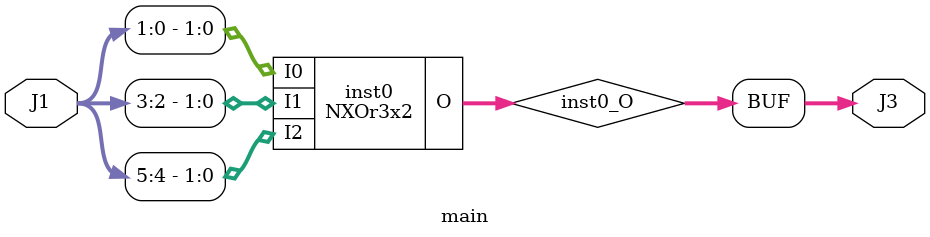
<source format=v>
module NXOr3 (input [2:0] I, output  O);
wire  inst0_O;
SB_LUT4 #(.LUT_INIT(16'h6969)) inst0 (.I0(I[0]), .I1(I[1]), .I2(I[2]), .I3(1'b0), .O(inst0_O));
assign O = inst0_O;
endmodule

module NXOr3x2 (input [1:0] I0, input [1:0] I1, input [1:0] I2, output [1:0] O);
wire  inst0_O;
wire  inst1_O;
NXOr3 inst0 (.I({I2[0],I1[0],I0[0]}), .O(inst0_O));
NXOr3 inst1 (.I({I2[1],I1[1],I0[1]}), .O(inst1_O));
assign O = {inst1_O,inst0_O};
endmodule

module main (input [5:0] J1, output [1:0] J3);
wire [1:0] inst0_O;
NXOr3x2 inst0 (.I0({J1[1],J1[0]}), .I1({J1[3],J1[2]}), .I2({J1[5],J1[4]}), .O(inst0_O));
assign J3 = inst0_O;
endmodule


</source>
